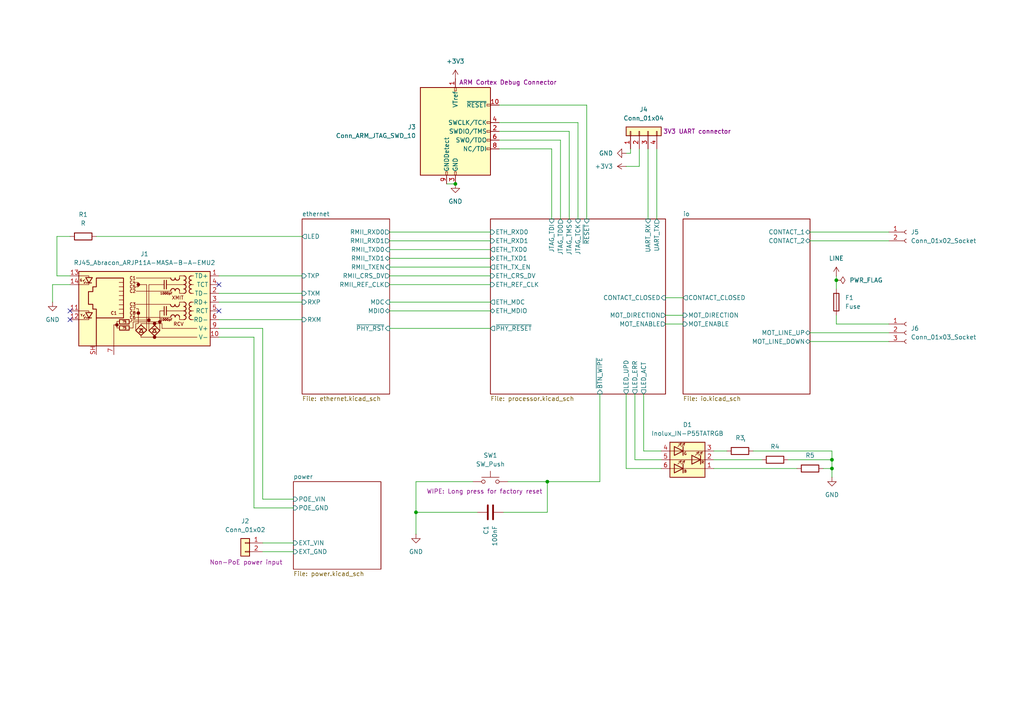
<source format=kicad_sch>
(kicad_sch (version 20250114) (generator "eeschema") (generator_version "9.0")
  (paper "A4")
  (title_block (title "iot-contact"))
  (lib_symbols
    (symbol "Connector:Conn_01x02_Socket" (pin_names (offset 1.016) (hide yes))
      (property "Reference" "J" (at 0 2.54 0))
      (property "Value" "Conn_01x02_Socket" (at 0 -5.08 0))
      (symbol "Conn_01x02_Socket_1_1"
        (polyline (pts (xy -1.27 0) (xy -0.508 0)) (stroke (width 0.1524)))
        (polyline (pts (xy -1.27 -2.54) (xy -0.508 -2.54)) (stroke (width 0.1524)))
        (arc (start 0 -0.508) (mid -0.5058 0) (end 0 0.508) (stroke (width 0.1524)))
        (arc (start 0 -3.048) (mid -0.5058 -2.54) (end 0 -2.032) (stroke (width 0.1524)))
        (pin passive line (at -5.08 0 0) (length 3.81) (name "Pin_1") (number "1"))
        (pin passive line (at -5.08 -2.54 0) (length 3.81) (name "Pin_2") (number "2"))
      )
    )
    (symbol "Connector:Conn_01x03_Socket" (pin_names (offset 1.016) (hide yes))
      (property "Reference" "J" (at 0 5.08 0))
      (property "Value" "Conn_01x03_Socket" (at 0 -5.08 0))
      (symbol "Conn_01x03_Socket_1_1"
        (polyline (pts (xy -1.27 2.54) (xy -0.508 2.54)) (stroke (width 0.1524)))
        (polyline (pts (xy -1.27 0) (xy -0.508 0)) (stroke (width 0.1524)))
        (polyline (pts (xy -1.27 -2.54) (xy -0.508 -2.54)) (stroke (width 0.1524)))
        (arc (start 0 2.032) (mid -0.5058 2.54) (end 0 3.048) (stroke (width 0.1524)))
        (arc (start 0 -0.508) (mid -0.5058 0) (end 0 0.508) (stroke (width 0.1524)))
        (arc (start 0 -3.048) (mid -0.5058 -2.54) (end 0 -2.032) (stroke (width 0.1524)))
        (pin passive line (at -5.08 2.54 0) (length 3.81) (name "Pin_1") (number "1"))
        (pin passive line (at -5.08 0 0) (length 3.81) (name "Pin_2") (number "2"))
        (pin passive line (at -5.08 -2.54 0) (length 3.81) (name "Pin_3") (number "3"))
      )
    )
    (symbol "Connector:Conn_ARM_JTAG_SWD_10" (pin_names (offset 1.016))
      (property "Reference" "J" (at -2.54 16.51 0))
      (property "Value" "Conn_ARM_JTAG_SWD_10" (at -2.54 13.97 0))
      (symbol "Conn_ARM_JTAG_SWD_10_0_1"
        (rectangle (start -10.16 12.7) (end 10.16 -12.7) (stroke (width 0.254)) (fill (type background)))
        (rectangle (start -2.794 -12.7) (end -2.286 -11.684))
        (rectangle (start -0.254 12.7) (end 0.254 11.684))
        (rectangle (start -0.254 -12.7) (end 0.254 -11.684))
        (rectangle (start 9.144 2.286) (end 10.16 2.794))
        (rectangle (start 10.16 7.874) (end 9.144 7.366))
        (rectangle (start 10.16 -0.254) (end 9.144 0.254))
        (rectangle (start 10.16 -2.794) (end 9.144 -2.286))
      )
      (symbol "Conn_ARM_JTAG_SWD_10_1_1"
        (rectangle (start 9.144 -5.334) (end 10.16 -4.826))
        (pin no_connect line (at -10.16 0 0) (length 2.54) (hide yes) (name "KEY") (number "7"))
        (pin passive line (at -2.54 -15.24 90) (length 2.54) (name "GNDDetect") (number "9"))
        (pin power_in line (at 0 15.24 270) (length 2.54) (name "VTref") (number "1"))
        (pin power_in line (at 0 -15.24 90) (length 2.54) (name "GND") (number "3"))
        (pin passive line (at 0 -15.24 90) (length 2.54) (hide yes) (name "GND") (number "5"))
        (pin open_collector line (at 12.7 7.62 180) (length 2.54) (name "~{RESET}") (number "10"))
        (pin output line (at 12.7 2.54 180) (length 2.54) (name "SWCLK/TCK") (number "4"))
        (pin bidirectional line (at 12.7 0 180) (length 2.54) (name "SWDIO/TMS") (number "2"))
        (pin input line (at 12.7 -2.54 180) (length 2.54) (name "SWO/TDO") (number "6"))
        (pin output line (at 12.7 -5.08 180) (length 2.54) (name "NC/TDI") (number "8"))
      )
    )
    (symbol "Connector:RJ45_Abracon_ARJP11A-MASA-B-A-EMU2"
      (property "Reference" "J" (at 18.415 12.7 0))
      (property "Value" "RJ45_Abracon_ARJP11A-MASA-B-A-EMU2" (at -4.445 12.7 0))
      (symbol "RJ45_Abracon_ARJP11A-MASA-B-A-EMU2_0_0"
        (polyline (pts (xy -5.08 8.89) (xy -5.08 6.35)) (stroke (width 0.254)))
        (polyline (pts (xy -5.08 1.27) (xy -5.08 -1.27)) (stroke (width 0.254)))
        (polyline (pts (xy -4.445 8.89) (xy -4.445 6.35)) (stroke (width 0.254)))
        (polyline (pts (xy -4.445 1.27) (xy -4.445 -1.27)) (stroke (width 0.254)))
        (circle (center -3.175 -3.175) (radius 0.0001) (stroke (width 0.508)))
        (circle (center -1.651 -3.683) (radius 0.0001) (stroke (width 0.508)))
        (circle (center -1.651 -7.62) (radius 0.0001) (stroke (width 0.508)))
        (circle (center 0 -2.667) (radius 0.0001) (stroke (width 0.508)))
        (circle (center 3.048 7.62) (radius 0.0001) (stroke (width 0.508)))
        (circle (center 3.048 -0.635) (radius 0.0001) (stroke (width 0.508)))
        (polyline (pts (xy 3.683 8.255) (xy 3.048 8.255) (xy 3.048 6.985) (xy 3.683 6.985)))
        (polyline (pts (xy 3.683 0.635) (xy 3.048 0.635) (xy 3.048 -0.635) (xy 3.683 -0.635)))
        (polyline (pts (xy 8.636 -4.953) (xy 9.271 -4.953) (xy 9.271 -3.048) (xy 8.636 -3.048)))
        (polyline (pts (xy 9.271 -4.064) (xy 10.16 -4.064)))
        (circle (center 9.271 -4.064) (radius 0.0001) (stroke (width 0.508)))
        (polyline (pts (xy 17.399 9.652) (xy 17.399 10.16) (xy 20.32 10.16)))
        (polyline (pts (xy 17.399 -0.508) (xy 17.399 0) (xy 20.32 0)))
        (polyline (pts (xy 20.32 7.62) (xy 17.399 7.62) (xy 17.399 8.128)))
        (polyline (pts (xy 20.32 -2.54) (xy 17.399 -2.54) (xy 17.399 -2.032)))
        (text "XMIT" (at -10.16 3.81 0) (effects (font (size 1.016 1.016)) (justify left)))
        (text "RCV" (at -10.16 -3.81 0) (effects (font (size 1.016 1.016)) (justify left)))
        (text "C1" (at 4.699 9.525 0) (effects (font (size 0.889 0.889))))
        (text "C4" (at 4.699 8.255 0) (effects (font (size 0.889 0.889))))
        (text "C5" (at 4.699 6.985 0) (effects (font (size 0.889 0.889))))
        (text "C2" (at 4.699 5.715 0) (effects (font (size 0.889 0.889))))
        (text "C3" (at 4.699 1.905 0) (effects (font (size 0.889 0.889))))
        (text "C7" (at 4.699 0.635 0) (effects (font (size 0.889 0.889))))
        (text "C8" (at 4.699 -0.635 0) (effects (font (size 0.889 0.889))))
        (text "C6" (at 4.699 -1.905 0) (effects (font (size 0.889 0.889))))
        (text "C1" (at 10.16 -0.635 0) (effects (font (size 0.889 0.889))))
      )
      (symbol "RJ45_Abracon_ARJP11A-MASA-B-A-EMU2_0_1"
        (rectangle (start -17.78 11.43) (end 20.32 -10.16) (stroke (width 0.254)) (fill (type background)))
        (polyline (pts (xy -12.3163 10.16) (xy -12.9513 10.16)))
        (polyline (pts (xy -12.3163 7.62) (xy -12.9513 7.62)))
        (polyline (pts (xy -12.3163 5.08) (xy -12.9513 5.08)))
        (polyline (pts (xy -12.3163 2.54) (xy -12.9513 2.54)))
        (polyline (pts (xy -12.3163 0) (xy -12.9513 0)))
        (polyline (pts (xy -12.3163 -2.54) (xy -12.9513 -2.54)))
        (polyline (pts (xy -10.16 10.16) (xy -8.89 10.16) (xy -8.89 9.525)))
        (polyline (pts (xy -10.16 2.54) (xy -8.89 2.54) (xy -8.89 1.905)))
        (polyline (pts (xy -8.89 5.715) (xy -8.89 5.08) (xy -10.16 5.08)))
        (polyline (pts (xy -8.89 -1.905) (xy -8.89 -2.54) (xy -10.16 -2.54)))
        (polyline (pts (xy -6.35 9.525) (xy 3.683 9.525)))
        (polyline (pts (xy -6.35 5.715) (xy 3.683 5.715)))
        (polyline (pts (xy -6.35 -1.905) (xy 3.683 -1.905)))
        (polyline (pts (xy -6.223 1.905) (xy 3.683 1.905)))
        (polyline (pts (xy -5.08 7.62) (xy -10.16 7.62)))
        (polyline (pts (xy -5.08 0) (xy -10.16 0)))
        (polyline (pts (xy -4.445 7.62) (xy 0 7.62) (xy 0 -5.715)))
        (polyline (pts (xy -4.445 0) (xy -3.175 0) (xy -3.175 -5.715)))
        (polyline (pts (xy 7.366 5.715) (xy 8.636 5.715)))
        (polyline (pts (xy 7.366 4.445) (xy 8.636 4.445)))
        (polyline (pts (xy 7.366 3.175) (xy 8.636 3.175)))
        (polyline (pts (xy 7.366 1.778) (xy 8.636 1.778)))
        (polyline (pts (xy 7.366 0.508) (xy 8.636 0.508)))
        (polyline (pts (xy 8.636 8.255) (xy 7.366 8.255)))
        (polyline (pts (xy 8.636 6.985) (xy 7.366 6.985)))
        (polyline (pts (xy 8.636 -0.762) (xy 7.366 -0.762)))
      )
      (symbol "RJ45_Abracon_ARJP11A-MASA-B-A-EMU2_1_0"
        (text "1000pF" (at -5.08 5.08 0) (effects (font (size 0.635 0.635))))
        (text "1000pF" (at -5.08 -2.54 0) (effects (font (size 0.635 0.635))))
      )
      (symbol "RJ45_Abracon_ARJP11A-MASA-B-A-EMU2_1_1"
        (polyline (pts (xy -13.97 -5.08) (xy -3.81 -5.08)))
        (polyline (pts (xy -13.97 -7.62) (xy 2.286 -7.62)))
        (arc (start -12.3163 2.54) (mid -11.684 1.905) (end -12.3163 1.27) (stroke (width 0.254)))
        (arc (start -12.3136 10.16) (mid -11.6813 9.525) (end -12.3136 8.89) (stroke (width 0.254)))
        (arc (start -12.3136 1.27) (mid -11.6813 0.635) (end -12.3136 0) (stroke (width 0.254)))
        (arc (start -12.3136 0) (mid -11.6813 -0.635) (end -12.3136 -1.27) (stroke (width 0.254)))
        (arc (start -12.3136 -1.27) (mid -11.6813 -1.905) (end -12.3136 -2.54) (stroke (width 0.254)))
        (arc (start -12.3109 8.89) (mid -11.6786 8.255) (end -12.3109 7.62) (stroke (width 0.254)))
        (arc (start -12.3109 7.62) (mid -11.6786 6.985) (end -12.3109 6.35) (stroke (width 0.254)))
        (arc (start -12.3109 6.35) (mid -11.6786 5.715) (end -12.3109 5.08) (stroke (width 0.254)))
        (arc (start -10.1654 8.89) (mid -10.7977 9.525) (end -10.1654 10.16) (stroke (width 0.254)))
        (arc (start -10.1654 7.62) (mid -10.7977 8.255) (end -10.1654 8.89) (stroke (width 0.254)))
        (arc (start -10.1654 6.35) (mid -10.7977 6.985) (end -10.1654 7.62) (stroke (width 0.254)))
        (arc (start -10.1654 1.27) (mid -10.7977 1.905) (end -10.1654 2.54) (stroke (width 0.254)))
        (arc (start -10.1654 0) (mid -10.7977 0.635) (end -10.1654 1.27) (stroke (width 0.254)))
        (arc (start -10.1654 -1.27) (mid -10.7977 -0.635) (end -10.1654 0) (stroke (width 0.254)))
        (arc (start -10.1627 5.08) (mid -10.795 5.715) (end -10.1627 6.35) (stroke (width 0.254)))
        (arc (start -10.1627 -2.54) (mid -10.795 -1.905) (end -10.1627 -1.27) (stroke (width 0.254)))
        (arc (start -7.62 9.5223) (mid -8.255 8.89) (end -8.89 9.5223) (stroke (width 0.254)))
        (arc (start -8.89 5.8447) (mid -8.255 6.477) (end -7.62 5.8447) (stroke (width 0.254)))
        (arc (start -8.89 -1.7753) (mid -8.255 -1.143) (end -7.62 -1.7753) (stroke (width 0.254)))
        (arc (start -7.5565 1.8388) (mid -8.1915 1.2065) (end -8.8265 1.8388) (stroke (width 0.254)))
        (arc (start -6.35 9.525) (mid -6.985 8.8927) (end -7.62 9.525) (stroke (width 0.254)))
        (arc (start -7.62 5.8474) (mid -6.985 6.4797) (end -6.35 5.8474) (stroke (width 0.254)))
        (arc (start -7.62 -1.7726) (mid -6.985 -1.1403) (end -6.35 -1.7726) (stroke (width 0.254)))
        (arc (start -6.2865 1.8415) (mid -6.9215 1.2092) (end -7.5565 1.8415) (stroke (width 0.254)))
        (polyline (pts (xy -3.81 -5.08) (xy -3.81 -3.683) (xy -1.651 -3.683)))
        (polyline (pts (xy -2.159 -5.207) (xy -1.016 -5.207)) (stroke (width 0.254)))
        (polyline (pts (xy -2.159 -6.223) (xy -1.016 -6.223) (xy -1.651 -5.207) (xy -2.159 -6.223)) (stroke (width 0.254)))
        (polyline (pts (xy -1.905 -3.683) (xy -1.651 -3.683) (xy -1.651 -4.191)))
        (polyline (pts (xy -1.651 -3.683) (xy 2.286 -3.683) (xy 2.286 -4.064)))
        (polyline (pts (xy -1.651 -4.191) (xy -3.175 -5.715) (xy -1.651 -7.239) (xy 0 -5.715) (xy -1.651 -4.191)) (stroke (width 0.254)))
        (polyline (pts (xy -1.651 -7.239) (xy -1.651 -7.493)))
        (polyline (pts (xy 1.651 -5.207) (xy 2.794 -5.207)) (stroke (width 0.254)))
        (polyline (pts (xy 1.651 -6.223) (xy 2.794 -6.223) (xy 2.159 -5.207) (xy 1.651 -6.223)) (stroke (width 0.254)))
        (polyline (pts (xy 2.286 -4.064) (xy 0.635 -5.588) (xy 2.286 -7.112) (xy 3.81 -5.715) (xy 2.286 -4.064)) (stroke (width 0.254)))
        (polyline (pts (xy 2.286 -7.112) (xy 2.286 -7.62)))
        (polyline (pts (xy 3.048 7.62) (xy 0.635 7.62) (xy 0.635 -5.588)))
        (polyline (pts (xy 3.048 -0.508) (xy 3.048 -3.683) (xy 3.81 -3.683) (xy 3.81 -5.715)))
        (polyline (pts (xy 5.715 -3.175) (xy 5.08 -3.175) (xy 5.08 -2.667) (xy 0 -2.667)))
        (polyline (pts (xy 5.715 -4.953) (xy 4.572 -4.953) (xy 4.572 -3.175) (xy -3.175 -3.175)))
        (polyline (pts (xy 7.366 -2.032) (xy 7.366 9.525) (xy 15.24 9.525) (xy 15.24 6.985) (xy 16.256 6.985) (xy 16.256 5.588) (xy 17.526 5.588) (xy 17.526 1.905) (xy 16.256 1.905) (xy 16.256 0.508) (xy 15.24 0.508) (xy 15.24 -2.032) (xy 7.366 -2.032)) (stroke (width 0.254)))
        (rectangle (start 8.509 -3.81) (end 5.715 -2.54) (stroke (width 0.254)))
        (rectangle (start 8.509 -5.588) (end 5.715 -4.318) (stroke (width 0.254)))
        (polyline (pts (xy 10.16 -4.064) (xy 10.16 -10.16)))
        (polyline (pts (xy 15.24 -10.16) (xy 15.24 -2.032)) (stroke (width 0.254)))
        (polyline (pts (xy 18.161 8.128) (xy 16.637 8.128)) (stroke (width 0.254)))
        (polyline (pts (xy 18.161 -2.032) (xy 16.637 -2.032)) (stroke (width 0.254)))
        (polyline (pts (xy 18.288 9.652) (xy 16.383 9.652) (xy 17.399 8.128) (xy 18.288 9.652)) (stroke (width 0.254)))
        (polyline (pts (xy 18.288 8.509) (xy 18.796 8.001) (xy 18.542 8.001)))
        (polyline (pts (xy 18.288 -0.508) (xy 16.383 -0.508) (xy 17.399 -2.032) (xy 18.288 -0.508)) (stroke (width 0.254)))
        (polyline (pts (xy 18.288 -1.651) (xy 18.796 -2.159) (xy 18.542 -2.159)))
        (polyline (pts (xy 18.542 9.144) (xy 19.05 8.636) (xy 18.796 8.636)))
        (polyline (pts (xy 18.542 -1.016) (xy 19.05 -1.524) (xy 18.796 -1.524)))
        (polyline (pts (xy 18.796 8.001) (xy 18.796 8.255)))
        (polyline (pts (xy 18.796 -2.159) (xy 18.796 -1.905)))
        (polyline (pts (xy 19.05 8.636) (xy 19.05 8.89)))
        (polyline (pts (xy 19.05 -1.524) (xy 19.05 -1.27)))
        (text "75" (at 7.112 -3.175 0) (effects (font (size 0.635 0.635))))
        (text "75" (at 7.112 -4.953 0) (effects (font (size 0.635 0.635))))
        (text "Y" (at 19.558 -1.27 0) (effects (font (size 0.635 0.635))))
        (text "G" (at 19.685 8.89 0) (effects (font (size 0.635 0.635))))
        (pin passive line (at -20.32 10.16 0) (length 2.54) (name "TD+") (number "1"))
        (pin passive line (at -20.32 7.62 0) (length 2.54) (name "TCT") (number "4"))
        (pin passive line (at -20.32 5.08 0) (length 2.54) (name "TD-") (number "2"))
        (pin passive line (at -20.32 2.54 0) (length 2.54) (name "RD+") (number "3"))
        (pin passive line (at -20.32 0 0) (length 2.54) (name "RCT") (number "5"))
        (pin passive line (at -20.32 -2.54 0) (length 2.54) (name "RD-") (number "6"))
        (pin power_out line (at -20.32 -5.08 0) (length 2.54) (name "V+") (number "9"))
        (pin power_out line (at -20.32 -7.62 0) (length 2.54) (name "V-") (number "10"))
        (pin power_in line (at 10.16 -12.7 90) (length 2.54) (name "") (number "7"))
        (pin passive line (at 15.24 -12.7 90) (length 2.54) (name "") (number "SH"))
        (pin no_connect line (at 20.32 5.08 0) (length 0) (hide yes) (name "NC") (number "8"))
        (pin passive line (at 22.86 10.16 180) (length 2.54) (name "") (number "13"))
        (pin passive line (at 22.86 7.62 180) (length 2.54) (name "") (number "14"))
        (pin passive line (at 22.86 0 180) (length 2.54) (name "") (number "11"))
        (pin passive line (at 22.86 -2.54 180) (length 2.54) (name "") (number "12"))
      )
    )
    (symbol "Connector_Generic:Conn_01x02" (pin_names (offset 1.016) (hide yes))
      (property "Reference" "J" (at 0 2.54 0))
      (property "Value" "Conn_01x02" (at 0 -5.08 0))
      (symbol "Conn_01x02_1_1"
        (rectangle (start -1.27 1.27) (end 1.27 -3.81) (stroke (width 0.254)) (fill (type background)))
        (rectangle (start -1.27 0.127) (end 0 -0.127) (stroke (width 0.1524)))
        (rectangle (start -1.27 -2.413) (end 0 -2.667) (stroke (width 0.1524)))
        (pin passive line (at -5.08 0 0) (length 3.81) (name "Pin_1") (number "1"))
        (pin passive line (at -5.08 -2.54 0) (length 3.81) (name "Pin_2") (number "2"))
      )
    )
    (symbol "Connector_Generic:Conn_01x04" (pin_names (offset 1.016) (hide yes))
      (property "Reference" "J" (at 0 5.08 0))
      (property "Value" "Conn_01x04" (at 0 -7.62 0))
      (symbol "Conn_01x04_1_1"
        (rectangle (start -1.27 3.81) (end 1.27 -6.35) (stroke (width 0.254)) (fill (type background)))
        (rectangle (start -1.27 2.667) (end 0 2.413) (stroke (width 0.1524)))
        (rectangle (start -1.27 0.127) (end 0 -0.127) (stroke (width 0.1524)))
        (rectangle (start -1.27 -2.413) (end 0 -2.667) (stroke (width 0.1524)))
        (rectangle (start -1.27 -4.953) (end 0 -5.207) (stroke (width 0.1524)))
        (pin passive line (at -5.08 2.54 0) (length 3.81) (name "Pin_1") (number "1"))
        (pin passive line (at -5.08 0 0) (length 3.81) (name "Pin_2") (number "2"))
        (pin passive line (at -5.08 -2.54 0) (length 3.81) (name "Pin_3") (number "3"))
        (pin passive line (at -5.08 -5.08 0) (length 3.81) (name "Pin_4") (number "4"))
      )
    )
    (symbol "Device:C" (pin_numbers (hide yes)) (pin_names (offset 0.254))
      (property "Reference" "C" (at 0.635 2.54 0))
      (property "Value" "C" (at 0.635 -2.54 0))
      (symbol "C_0_1"
        (polyline (pts (xy -2.032 0.762) (xy 2.032 0.762)) (stroke (width 0.508)))
        (polyline (pts (xy -2.032 -0.762) (xy 2.032 -0.762)) (stroke (width 0.508)))
      )
      (symbol "C_1_1"
        (pin passive line (at 0 3.81 270) (length 2.794) (name "~") (number "1"))
        (pin passive line (at 0 -3.81 90) (length 2.794) (name "~") (number "2"))
      )
    )
    (symbol "Device:Fuse" (pin_numbers (hide yes)) (pin_names (offset 0))
      (property "Reference" "F" (at 2.032 0 90))
      (property "Value" "Fuse" (at -1.905 0 90))
      (symbol "Fuse_0_1"
        (rectangle (start -0.762 -2.54) (end 0.762 2.54) (stroke (width 0.254)))
        (polyline (pts (xy 0 2.54) (xy 0 -2.54)))
      )
      (symbol "Fuse_1_1"
        (pin passive line (at 0 3.81 270) (length 1.27) (name "~") (number "1"))
        (pin passive line (at 0 -3.81 90) (length 1.27) (name "~") (number "2"))
      )
    )
    (symbol "Device:R" (pin_numbers (hide yes)) (pin_names (offset 0))
      (property "Reference" "R" (at 2.032 0 90))
      (property "Value" "R" (at 0 0 90))
      (symbol "R_0_1"
        (rectangle (start -1.016 -2.54) (end 1.016 2.54) (stroke (width 0.254)))
      )
      (symbol "R_1_1"
        (pin passive line (at 0 3.81 270) (length 1.27) (name "~") (number "1"))
        (pin passive line (at 0 -3.81 90) (length 1.27) (name "~") (number "2"))
      )
    )
    (symbol "LED:Inolux_IN-P55TATRGB" (pin_names (hide yes))
      (property "Reference" "D" (at -5.08 6.35 0))
      (property "Value" "Inolux_IN-P55TATRGB" (at -5.08 -6.35 0))
      (symbol "Inolux_IN-P55TATRGB_0_0"
        (text "B" (at -0.635 -3.3274 0) (effects (font (size 0.762 0.762))))
      )
      (symbol "Inolux_IN-P55TATRGB_0_1"
        (rectangle (start -5.08 5.08) (end 5.08 -5.08) (stroke (width 0.254)) (fill (type background)))
        (polyline (pts (xy -5.08 2.54) (xy 5.08 2.54)))
        (polyline (pts (xy -5.08 0) (xy 5.08 0)))
        (polyline (pts (xy -5.08 -2.54) (xy 5.08 -2.54)))
        (polyline (pts (xy -3.81 3.81) (xy -3.81 1.27) (xy -1.27 2.54) (xy -3.81 3.81)) (stroke (width 0.254)))
        (polyline (pts (xy -3.81 -1.27) (xy -3.81 -3.81) (xy -1.27 -2.54) (xy -3.81 -1.27)) (stroke (width 0.254)))
        (polyline (pts (xy -2.794 3.81) (xy -1.778 4.826)))
        (polyline (pts (xy -2.794 -1.27) (xy -1.778 -0.254)))
        (polyline (pts (xy -2.54 4.572) (xy -1.778 4.826) (xy -2.032 4.064)))
        (polyline (pts (xy -2.032 -1.016) (xy -1.778 -0.254) (xy -2.54 -0.508)))
        (polyline (pts (xy -1.778 3.81) (xy -0.762 4.826)))
        (polyline (pts (xy -1.778 -1.27) (xy -0.762 -0.254)))
        (polyline (pts (xy -1.524 4.572) (xy -0.762 4.826) (xy -1.016 4.064)))
        (polyline (pts (xy -1.524 -0.508) (xy -0.762 -0.254) (xy -1.016 -1.016)))
        (polyline (pts (xy -1.27 3.81) (xy -1.27 1.27)) (stroke (width 0.254)))
        (polyline (pts (xy -1.27 -1.27) (xy -1.27 -3.81)) (stroke (width 0.254)))
        (polyline (pts (xy 1.27 1.27) (xy 1.27 -1.27) (xy 3.81 0) (xy 1.27 1.27)) (stroke (width 0.254)))
        (polyline (pts (xy 2.286 1.27) (xy 3.302 2.286)))
        (polyline (pts (xy 3.048 1.524) (xy 3.302 2.286) (xy 2.54 2.032)))
        (polyline (pts (xy 3.302 1.27) (xy 4.318 2.286)))
        (polyline (pts (xy 3.556 2.032) (xy 4.318 2.286) (xy 4.064 1.524)))
        (polyline (pts (xy 3.81 1.27) (xy 3.81 -1.27)) (stroke (width 0.254)))
      )
      (symbol "Inolux_IN-P55TATRGB_1_0"
        (text "G" (at -0.635 1.8034 0) (effects (font (size 0.762 0.762))))
        (text "R" (at 4.4196 -0.7112 0) (effects (font (size 0.762 0.762))))
      )
      (symbol "Inolux_IN-P55TATRGB_1_1"
        (pin passive line (at -7.62 2.54 0) (length 2.54) (name "AG") (number "4"))
        (pin passive line (at -7.62 0 0) (length 2.54) (name "AR") (number "5"))
        (pin passive line (at -7.62 -2.54 0) (length 2.54) (name "AB") (number "6"))
        (pin passive line (at 7.62 2.54 180) (length 2.54) (name "KG") (number "3"))
        (pin passive line (at 7.62 0 180) (length 2.54) (name "KR") (number "2"))
        (pin passive line (at 7.62 -2.54 180) (length 2.54) (name "KB") (number "1"))
      )
    )
    (symbol "Switch:SW_Push" (pin_numbers (hide yes)) (pin_names (offset 1.016) (hide yes))
      (property "Reference" "SW" (at 1.27 2.54 0))
      (property "Value" "SW_Push" (at 0 -1.524 0))
      (symbol "SW_Push_0_1"
        (circle (center -2.032 0) (radius 0.508))
        (polyline (pts (xy 0 1.27) (xy 0 3.048)))
        (circle (center 2.032 0) (radius 0.508))
        (polyline (pts (xy 2.54 1.27) (xy -2.54 1.27)))
        (pin passive line (at -5.08 0 0) (length 2.54) (name "1") (number "1"))
        (pin passive line (at 5.08 0 180) (length 2.54) (name "2") (number "2"))
      )
    )
    (symbol "power:+3V3" (power) (pin_numbers (hide yes)) (pin_names (offset 0) (hide yes))
      (property "Value" "+3V3" (at 0 3.556 0))
      (symbol "+3V3_0_1"
        (polyline (pts (xy -0.762 1.27) (xy 0 2.54)))
        (polyline (pts (xy 0 2.54) (xy 0.762 1.27)))
        (polyline (pts (xy 0 0) (xy 0 2.54)))
      )
      (symbol "+3V3_1_1"
        (pin power_in line (at 0 0 90) (length 0) (name "~") (number "1"))
      )
    )
    (symbol "power:GND" (power) (pin_numbers (hide yes)) (pin_names (offset 0) (hide yes))
      (property "Value" "GND" (at 0 -3.81 0))
      (symbol "GND_0_1"
        (polyline (pts (xy 0 0) (xy 0 -1.27) (xy 1.27 -1.27) (xy 0 -2.54) (xy -1.27 -1.27) (xy 0 -1.27)))
      )
      (symbol "GND_1_1"
        (pin power_in line (at 0 0 270) (length 0) (name "~") (number "1"))
      )
    )
    (symbol "power:LINE" (power) (pin_numbers (hide yes)) (pin_names (offset 0) (hide yes))
      (property "Value" "LINE" (at 0 3.556 0))
      (symbol "LINE_0_1"
        (polyline (pts (xy -0.762 1.27) (xy 0 2.54)))
        (polyline (pts (xy 0 2.54) (xy 0.762 1.27)))
        (polyline (pts (xy 0 0) (xy 0 2.54)))
      )
      (symbol "LINE_1_1"
        (pin power_in line (at 0 0 90) (length 0) (name "~") (number "1"))
      )
    )
    (symbol "power:PWR_FLAG" (power) (pin_numbers (hide yes)) (pin_names (offset 0) (hide yes))
      (property "Value" "PWR_FLAG" (at 0 3.81 0))
      (symbol "PWR_FLAG_0_0"
        (pin power_out line (at 0 0 90) (length 0) (name "~") (number "1"))
      )
      (symbol "PWR_FLAG_0_1"
        (polyline (pts (xy 0 0) (xy 0 1.27) (xy -1.016 1.905) (xy 0 2.54) (xy 1.016 1.905) (xy 0 1.27)))
      )
    )
  )
  (junction (at 120.65 148.59))
  (junction (at 241.3 133.35))
  (junction (at 242.57 81.28))
  (junction (at 158.75 139.7))
  (junction (at 241.3 135.89))
  (junction (at 132.08 53.34))
  (no_connect (at 63.5 90.17))
  (no_connect (at 63.5 82.55))
  (no_connect (at 20.32 90.17))
  (no_connect (at 20.32 92.71))
  (wire (pts (xy 162.56 40.64) (xy 162.56 63.5)))
  (wire (pts (xy 190.5 43.18) (xy 190.5 63.5)))
  (wire (pts (xy 120.65 139.7) (xy 137.16 139.7)))
  (wire (pts (xy 120.65 139.7) (xy 120.65 148.59)))
  (wire (pts (xy 113.03 69.85) (xy 142.24 69.85)))
  (wire (pts (xy 234.95 67.31) (xy 257.81 67.31)))
  (wire (pts (xy 113.03 74.93) (xy 142.24 74.93)))
  (wire (pts (xy 228.6 133.35) (xy 241.3 133.35)))
  (wire (pts (xy 181.61 114.3) (xy 181.61 135.89)))
  (wire (pts (xy 185.42 48.26) (xy 181.61 48.26)))
  (wire (pts (xy 158.75 148.59) (xy 158.75 139.7)))
  (wire (pts (xy 207.01 130.81) (xy 210.82 130.81)))
  (wire (pts (xy 147.32 139.7) (xy 158.75 139.7)))
  (wire (pts (xy 113.03 95.25) (xy 142.24 95.25)))
  (wire (pts (xy 241.3 135.89) (xy 241.3 138.43)))
  (wire (pts (xy 20.32 82.55) (xy 15.24 82.55)))
  (wire (pts (xy 181.61 135.89) (xy 191.77 135.89)))
  (wire (pts (xy 144.78 35.56) (xy 167.64 35.56)))
  (wire (pts (xy 158.75 139.7) (xy 173.99 139.7)))
  (wire (pts (xy 193.04 86.36) (xy 198.12 86.36)))
  (wire (pts (xy 144.78 30.48) (xy 170.18 30.48)))
  (wire (pts (xy 170.18 30.48) (xy 170.18 63.5)))
  (wire (pts (xy 16.51 68.58) (xy 16.51 80.01)))
  (wire (pts (xy 173.99 114.3) (xy 173.99 139.7)))
  (wire (pts (xy 27.94 68.58) (xy 87.63 68.58)))
  (wire (pts (xy 186.69 130.81) (xy 191.77 130.81)))
  (wire (pts (xy 113.03 77.47) (xy 142.24 77.47)))
  (wire (pts (xy 234.95 69.85) (xy 257.81 69.85)))
  (wire (pts (xy 186.69 114.3) (xy 186.69 130.81)))
  (wire (pts (xy 129.54 53.34) (xy 132.08 53.34)))
  (wire (pts (xy 16.51 80.01) (xy 20.32 80.01)))
  (wire (pts (xy 144.78 40.64) (xy 162.56 40.64)))
  (wire (pts (xy 241.3 133.35) (xy 241.3 135.89)))
  (wire (pts (xy 73.66 97.79) (xy 73.66 147.32)))
  (wire (pts (xy 242.57 93.98) (xy 257.81 93.98)))
  (wire (pts (xy 238.76 135.89) (xy 241.3 135.89)))
  (wire (pts (xy 181.61 44.45) (xy 182.88 44.45)))
  (wire (pts (xy 187.96 43.18) (xy 187.96 63.5)))
  (wire (pts (xy 63.5 95.25) (xy 76.2 95.25)))
  (wire (pts (xy 63.5 92.71) (xy 87.63 92.71)))
  (wire (pts (xy 242.57 80.01) (xy 242.57 81.28)))
  (wire (pts (xy 185.42 43.18) (xy 185.42 48.26)))
  (wire (pts (xy 144.78 43.18) (xy 160.02 43.18)))
  (wire (pts (xy 182.88 44.45) (xy 182.88 43.18)))
  (wire (pts (xy 120.65 148.59) (xy 120.65 154.94)))
  (wire (pts (xy 76.2 160.02) (xy 85.09 160.02)))
  (wire (pts (xy 165.1 38.1) (xy 165.1 63.5)))
  (wire (pts (xy 113.03 67.31) (xy 142.24 67.31)))
  (wire (pts (xy 218.44 130.81) (xy 241.3 130.81)))
  (wire (pts (xy 63.5 97.79) (xy 73.66 97.79)))
  (wire (pts (xy 193.04 91.44) (xy 198.12 91.44)))
  (wire (pts (xy 76.2 144.78) (xy 85.09 144.78)))
  (wire (pts (xy 184.15 133.35) (xy 191.77 133.35)))
  (wire (pts (xy 113.03 80.01) (xy 142.24 80.01)))
  (wire (pts (xy 167.64 35.56) (xy 167.64 63.5)))
  (wire (pts (xy 63.5 80.01) (xy 87.63 80.01)))
  (wire (pts (xy 113.03 87.63) (xy 142.24 87.63)))
  (wire (pts (xy 242.57 91.44) (xy 242.57 93.98)))
  (wire (pts (xy 113.03 90.17) (xy 142.24 90.17)))
  (wire (pts (xy 144.78 38.1) (xy 165.1 38.1)))
  (wire (pts (xy 160.02 43.18) (xy 160.02 63.5)))
  (wire (pts (xy 76.2 157.48) (xy 85.09 157.48)))
  (wire (pts (xy 113.03 82.55) (xy 142.24 82.55)))
  (wire (pts (xy 184.15 114.3) (xy 184.15 133.35)))
  (wire (pts (xy 207.01 133.35) (xy 220.98 133.35)))
  (wire (pts (xy 193.04 93.98) (xy 198.12 93.98)))
  (wire (pts (xy 73.66 147.32) (xy 85.09 147.32)))
  (wire (pts (xy 241.3 130.81) (xy 241.3 133.35)))
  (wire (pts (xy 20.32 68.58) (xy 16.51 68.58)))
  (wire (pts (xy 146.05 148.59) (xy 158.75 148.59)))
  (wire (pts (xy 113.03 72.39) (xy 142.24 72.39)))
  (wire (pts (xy 242.57 81.28) (xy 242.57 83.82)))
  (wire (pts (xy 234.95 96.52) (xy 257.81 96.52)))
  (wire (pts (xy 15.24 82.55) (xy 15.24 87.63)))
  (wire (pts (xy 76.2 95.25) (xy 76.2 144.78)))
  (wire (pts (xy 138.43 148.59) (xy 120.65 148.59)))
  (wire (pts (xy 234.95 99.06) (xy 257.81 99.06)))
  (wire (pts (xy 63.5 85.09) (xy 87.63 85.09)))
  (wire (pts (xy 207.01 135.89) (xy 231.14 135.89)))
  (wire (pts (xy 63.5 87.63) (xy 87.63 87.63)))
  (symbol (lib_id "Device:R") (at 234.95 135.89 270) (unit 1)
    (property "Reference" "R5" (at 234.95 132.08 90))
    (property "Description" "Resistor" (effects (hide yes)))
  )
  (symbol (lib_id "Connector:RJ45_Abracon_ARJP11A-MASA-B-A-EMU2") (at 43.18 90.17 0) (mirror y) (unit 1)
    (property "Reference" "J1" (at 41.91 73.66 0))
    (property "Value" "RJ45_Abracon_ARJP11A-MASA-B-A-EMU2" (at 41.91 76.2 0))
    (property "Footprint" "Connector_RJ:RJ45_Abracon_ARJP11A-MA_Horizontal" (effects (hide yes)))
    (property "Datasheet" "https://abracon.com/Magnetics/lan/ARJP11A.PDF" (effects (hide yes)))
    (property "Description" "RJ45 PoE 10/100 Base-TX Jack with Magnetic Module" (effects (hide yes)))
  )
  (symbol (lib_id "Switch:SW_Push") (at 142.24 139.7 0) (mirror y) (unit 1)
    (property "Reference" "SW1" (at 142.24 132.08 0))
    (property "Value" "SW_Push" (at 142.24 134.62 0))
    (property "Footprint" "Button_Switch_SMD:SW_SPST_TL3305B" (effects (hide yes)))
    (property "Datasheet" "https://www.e-switch.com/wp-content/uploads/2024/08/TL3305.pdf" (effects (hide yes)))
    (property "Description" "WIPE: Long press for factory reset" (at 123.698 142.494 0) (effects (justify right)))
    (property "MPN" "TL3305BF260QG" (effects (hide yes)))
    (property "Manufacturer" "E-Switch" (effects (hide yes)))
  )
  (symbol (lib_id "Connector_Generic:Conn_01x04") (at 185.42 38.1 90) (unit 1)
    (property "Reference" "J4" (at 186.69 31.75 90))
    (property "Value" "Conn_01x04" (at 186.69 34.29 90))
    (property "Footprint" "Connector_PinHeader_2.54mm:PinHeader_1x04_P2.54mm_Vertical" (effects (hide yes)))
    (property "Description" "3V3 UART connector" (at 202.184 38.1 90))
  )
  (symbol (lib_id "LED:Inolux_IN-P55TATRGB") (at 199.39 133.35 0) (unit 1)
    (property "Reference" "D1" (at 199.39 123.19 0))
    (property "Value" "Inolux_IN-P55TATRGB" (at 199.39 125.73 0))
    (property "Footprint" "LED_SMD:LED_Inolux_IN-P55TATRGB_PLCC6_5.0x5.5mm_P1.8mm" (effects (hide yes)))
    (property "Datasheet" "https://www.inolux-corp.com/datasheet/SMDLED/RGB%20Top%20View/IN-P55TATRGB.pdf" (effects (hide yes)))
    (property "Description" "Inolux RGB LED, PLCC-6" (effects (hide yes)))
  )
  (symbol (lib_id "Connector:Conn_01x03_Socket") (at 262.89 96.52 0) (unit 1)
    (property "Reference" "J6" (at 264.16 95.2499 0) (effects (justify left)))
    (property "Value" "Conn_01x03_Socket" (at 264.16 97.7899 0) (effects (justify left)))
    (property "Footprint" "TerminalBlock_WAGO:TerminalBlock_WAGO_236-403_1x03_P5.00mm_45Degree" (effects (hide yes)))
    (property "Description" "Generic connector, single row, 01x03, script generated" (effects (hide yes)))
  )
  (symbol (lib_id "Connector:Conn_ARM_JTAG_SWD_10") (at 132.08 38.1 0) (unit 1)
    (property "Reference" "J3" (at 120.65 36.8299 0) (effects (justify right)))
    (property "Value" "Conn_ARM_JTAG_SWD_10" (at 120.65 39.3699 0) (effects (justify right)))
    (property "Datasheet" "https://mm.digikey.com/Volume0/opasdata/d220001/medias/docus/6209/ftsh-1xx-xx-xxx-dv-xxx-xxx-x-xx-mkt.pdf" (effects (hide yes)))
    (property "Description" "ARM Cortex Debug Connector" (at 147.32 23.876 0))
    (property "MPN" "FTSH-105-01-L-DV-007-K-TR" (effects (hide yes)))
    (property "Manufacturer" "samtec" (effects (hide yes)))
  )
  (symbol (lib_id "Device:Fuse") (at 242.57 87.63 0) (unit 1)
    (property "Reference" "F1" (at 245.11 86.3599 0) (effects (justify left)))
    (property "Value" "Fuse" (at 245.11 88.8999 0) (effects (justify left)))
    (property "Footprint" "Fuse:Fuseholder_Cylinder-5x20mm_Schurter_OGN-SMD_Horizontal_Open" (effects (hide yes)))
    (property "Description" "Fuse" (effects (hide yes)))
  )
  (symbol (lib_id "Connector_Generic:Conn_01x02") (at 71.12 157.48 0) (mirror y) (unit 1)
    (property "Reference" "J2" (at 71.12 151.13 0))
    (property "Value" "Conn_01x02" (at 71.12 153.67 0))
    (property "Footprint" "Connector_PinHeader_2.54mm:PinHeader_1x02_P2.54mm_Vertical" (effects (hide yes)))
    (property "Description" "Non-PoE power input" (at 71.374 163.068 0))
  )
  (symbol (lib_id "power:PWR_FLAG") (at 242.57 81.28 270) (unit 1)
    (property "Reference" "#FLG06" (effects (hide yes)))
    (property "Value" "PWR_FLAG" (at 246.38 81.2799 90) (effects (justify left)))
    (property "Description" "Special symbol for telling ERC where power comes from" (effects (hide yes)))
  )
  (symbol (lib_id "power:GND") (at 120.65 154.94 0) (unit 1)
    (property "Reference" "#PWR02" (effects (hide yes)))
    (property "Value" "GND" (at 120.65 160.02 0))
    (property "Description" "Power symbol creates a global label with name \"GND\" , ground" (effects (hide yes)))
  )
  (symbol (lib_id "power:+3V3") (at 181.61 48.26 90) (unit 1)
    (property "Reference" "#PWR07" (effects (hide yes)))
    (property "Value" "+3V3" (at 177.8 48.2599 90) (effects (justify left)))
    (property "Description" "Power symbol creates a global label with name \"+3V3\"" (effects (hide yes)))
  )
  (symbol (lib_id "Device:R") (at 214.63 130.81 90) (unit 1)
    (property "Reference" "R3" (at 214.63 127 90))
    (property "Value" "~" (at 215.8999 128.27 0) (effects (justify left)))
    (property "Description" "Resistor" (effects (hide yes)))
  )
  (symbol (lib_id "power:GND") (at 132.08 53.34 0) (unit 1)
    (property "Reference" "#PWR04" (effects (hide yes)))
    (property "Value" "GND" (at 132.08 58.42 0))
    (property "Description" "Power symbol creates a global label with name \"GND\" , ground" (effects (hide yes)))
  )
  (symbol (lib_id "power:GND") (at 241.3 138.43 0) (unit 1)
    (property "Reference" "#PWR08" (effects (hide yes)))
    (property "Value" "GND" (at 241.3 143.51 0))
    (property "Description" "Power symbol creates a global label with name \"GND\" , ground" (effects (hide yes)))
  )
  (symbol (lib_id "Connector:Conn_01x02_Socket") (at 262.89 67.31 0) (unit 1)
    (property "Reference" "J5" (at 264.16 67.3099 0) (effects (justify left)))
    (property "Value" "Conn_01x02_Socket" (at 264.16 69.8499 0) (effects (justify left)))
    (property "Footprint" "TerminalBlock_WAGO:TerminalBlock_WAGO_236-402_1x02_P5.00mm_45Degree" (effects (hide yes)))
    (property "Description" "Generic connector, single row, 01x02, script generated" (effects (hide yes)))
  )
  (symbol (lib_id "power:GND") (at 181.61 44.45 270) (unit 1)
    (property "Reference" "#PWR06" (effects (hide yes)))
    (property "Value" "GND" (at 177.8 44.4499 90) (effects (justify right)))
    (property "Description" "Power symbol creates a global label with name \"GND\" , ground" (effects (hide yes)))
  )
  (symbol (lib_id "Device:C") (at 142.24 148.59 90) (mirror x) (unit 1)
    (property "Reference" "C1" (at 140.9699 152.4 0) (effects (justify left)))
    (property "Value" "100nF" (at 143.5099 152.4 0) (effects (justify left)))
    (property "Description" "Unpolarized capacitor" (effects (hide yes)))
  )
  (symbol (lib_id "power:GND") (at 15.24 87.63 0) (unit 1)
    (property "Reference" "#PWR01" (effects (hide yes)))
    (property "Value" "GND" (at 15.24 92.71 0))
    (property "Description" "Power symbol creates a global label with name \"GND\" , ground" (effects (hide yes)))
  )
  (symbol (lib_id "power:LINE") (at 242.57 80.01 0) (unit 1)
    (property "Reference" "#PWR09" (effects (hide yes)))
    (property "Value" "LINE" (at 242.57 74.93 0))
    (property "Description" "Power symbol creates a global label with name \"LINE\"" (effects (hide yes)))
  )
  (symbol (lib_id "Device:R") (at 24.13 68.58 90) (unit 1)
    (property "Reference" "R1" (at 24.13 62.23 90))
    (property "Value" "R" (at 24.13 64.77 90))
    (property "Description" "Resistor" (effects (hide yes)))
  )
  (symbol (lib_id "Device:R") (at 224.79 133.35 90) (unit 1)
    (property "Reference" "R4" (at 224.79 129.54 90))
    (property "Description" "Resistor" (effects (hide yes)))
  )
  (symbol (lib_id "power:+3V3") (at 132.08 22.86 0) (unit 1)
    (property "Reference" "#PWR03" (effects (hide yes)))
    (property "Value" "+3V3" (at 132.08 17.78 0))
    (property "Description" "Power symbol creates a global label with name \"+3V3\"" (effects (hide yes)))
  )
  (sheet (at 87.63 63.5) (size 25.4 50.8) (stroke (width 0.1524))
    (property "Sheetname" "ethernet" (at 87.63 62.7884 0) (effects (justify left bottom)))
    (property "Sheetfile" "ethernet.kicad_sch" (at 87.63 114.8846 0) (effects (justify left top)))
    (pin "RMII_RXD0" output (at 113.03 67.31 0))
    (pin "RMII_RXD1" output (at 113.03 69.85 0))
    (pin "RMII_TXD0" input (at 113.03 72.39 0))
    (pin "RMII_TXD1" bidirectional (at 113.03 74.93 0))
    (pin "RMII_TXEN" input (at 113.03 77.47 0))
    (pin "~{PHY_RST}" input (at 113.03 95.25 0))
    (pin "RMII_CRS_DV" output (at 113.03 80.01 0))
    (pin "RMII_REF_CLK" output (at 113.03 82.55 0))
    (pin "MDC" input (at 113.03 87.63 0))
    (pin "MDIO" bidirectional (at 113.03 90.17 0))
    (pin "LED" output (at 87.63 68.58 180))
    (pin "RXM" input (at 87.63 92.71 180))
    (pin "RXP" input (at 87.63 87.63 180))
    (pin "TXM" input (at 87.63 85.09 180))
    (pin "TXP" input (at 87.63 80.01 180))
  )
  (sheet (at 198.12 63.5) (size 36.83 50.8) (stroke (width 0.1524))
    (property "Sheetname" "io" (at 198.12 62.7884 0) (effects (justify left bottom)))
    (property "Sheetfile" "io.kicad_sch" (at 198.12 114.8846 0) (effects (justify left top)))
    (pin "CONTACT_1" bidirectional (at 234.95 67.31 0))
    (pin "CONTACT_2" bidirectional (at 234.95 69.85 0))
    (pin "MOT_DIRECTION" input (at 198.12 91.44 180))
    (pin "MOT_ENABLE" input (at 198.12 93.98 180))
    (pin "CONTACT_CLOSED" output (at 198.12 86.36 180))
    (pin "MOT_LINE_DOWN" bidirectional (at 234.95 99.06 0))
    (pin "MOT_LINE_UP" bidirectional (at 234.95 96.52 0))
  )
  (sheet (at 142.24 63.5) (size 50.8 50.8) (stroke (width 0.1524))
    (property "Sheetname" "processor" (effects (hide yes)))
    (property "Sheetfile" "processor.kicad_sch" (at 142.24 114.8846 0) (effects (justify left top)))
    (pin "JTAG_TDI" input (at 160.02 63.5 90))
    (pin "JTAG_TDO" output (at 162.56 63.5 90))
    (pin "JTAG_TMS" bidirectional (at 165.1 63.5 90))
    (pin "JTAG_TCK" input (at 167.64 63.5 90))
    (pin "UART_RX" input (at 187.96 63.5 90))
    (pin "UART_TX" output (at 190.5 63.5 90))
    (pin "LED_UPD" output (at 181.61 114.3 270))
    (pin "LED_ACT" output (at 186.69 114.3 270))
    (pin "MOT_DIRECTION" output (at 193.04 91.44 0))
    (pin "MOT_ENABLE" output (at 193.04 93.98 0))
    (pin "CONTACT_CLOSED" input (at 193.04 86.36 0))
    (pin "~{BTN_WIPE}" input (at 173.99 114.3 270))
    (pin "~{RESET}" input (at 170.18 63.5 90))
    (pin "ETH_RXD0" input (at 142.24 67.31 180))
    (pin "ETH_CRS_DV" input (at 142.24 80.01 180))
    (pin "ETH_RXD1" input (at 142.24 69.85 180))
    (pin "ETH_TX_EN" output (at 142.24 77.47 180))
    (pin "ETH_TXD0" output (at 142.24 72.39 180))
    (pin "ETH_TXD1" bidirectional (at 142.24 74.93 180))
    (pin "ETH_REF_CLK" input (at 142.24 82.55 180))
    (pin "ETH_MDC" output (at 142.24 87.63 180))
    (pin "ETH_MDIO" bidirectional (at 142.24 90.17 180))
    (pin "~{PHY_RESET}" output (at 142.24 95.25 180))
    (pin "LED_ERR" output (at 184.15 114.3 270))
  )
  (sheet (at 85.09 139.7) (size 25.4 25.4) (stroke (width 0.1524))
    (property "Sheetname" "power" (at 85.09 138.9884 0) (effects (justify left bottom)))
    (property "Sheetfile" "power.kicad_sch" (at 85.09 165.6846 0) (effects (justify left top)))
    (pin "EXT_GND" input (at 85.09 160.02 180))
    (pin "EXT_VIN" input (at 85.09 157.48 180))
    (pin "POE_GND" input (at 85.09 147.32 180))
    (pin "POE_VIN" input (at 85.09 144.78 180))
  )
)
</source>
